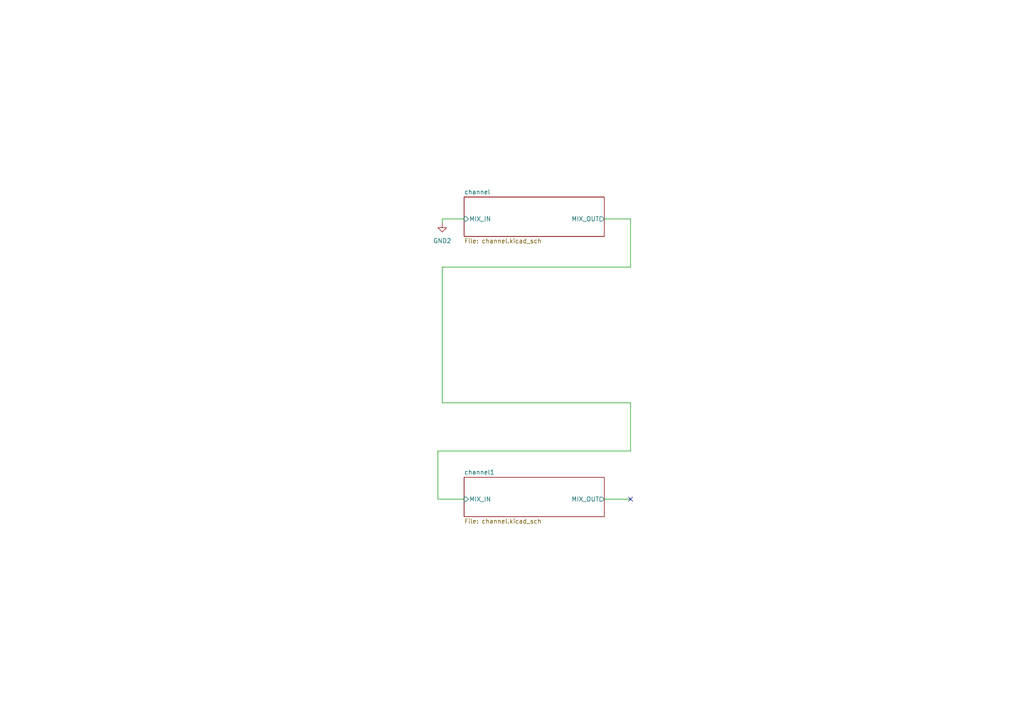
<source format=kicad_sch>
(kicad_sch (version 20231120) (generator "eeschema") (generator_version "8.0")
  (paper "A4")
  (lib_symbols
    (symbol "power:GND2" (power) (pin_numbers hide) (pin_names (offset 0) hide)
      (property "Value" "GND2" (at 0 -3.81 0))
      (symbol "GND2_0_1"
        (polyline (pts (xy 0 0) (xy 0 -1.27) (xy 1.27 -1.27) (xy 0 -2.54) (xy -1.27 -1.27) (xy 0 -1.27)))
      )
      (symbol "GND2_1_1"
        (pin power_in line (at 0 0 270) (length 0) (name "~") (number "1"))
      )
    )
  )
  (no_connect (at 182.88 144.78))
  (wire (pts (xy 182.88 63.5) (xy 182.88 77.47)))
  (wire (pts (xy 182.88 77.47) (xy 128.27 77.47)))
  (wire (pts (xy 182.88 116.84) (xy 182.88 130.81)))
  (wire (pts (xy 128.27 64.77) (xy 128.27 63.5)))
  (wire (pts (xy 175.26 63.5) (xy 182.88 63.5)))
  (wire (pts (xy 128.27 77.47) (xy 128.27 116.84)))
  (wire (pts (xy 128.27 63.5) (xy 134.62 63.5)))
  (wire (pts (xy 175.26 144.78) (xy 182.88 144.78)))
  (wire (pts (xy 127 144.78) (xy 134.62 144.78)))
  (wire (pts (xy 127 130.81) (xy 127 144.78)))
  (wire (pts (xy 182.88 130.81) (xy 127 130.81)))
  (wire (pts (xy 182.88 116.84) (xy 128.27 116.84)))
  (symbol (lib_id "power:GND2") (at 128.27 64.77 0) (unit 1)
    (property "Reference" "#PWR01" (effects (hide yes)))
    (property "Value" "GND2" (at 128.27 69.85 0))
    (property "Description" "Power symbol creates a global label with name \"GND2\" , ground" (effects (hide yes)))
  )
  (sheet (at 134.62 138.43) (size 40.64 11.43) (stroke (width 0.1524))
    (property "Sheetname" "channel1" (at 134.62 137.7184 0) (effects (justify left bottom)))
    (property "Sheetfile" "channel.kicad_sch" (at 134.62 150.4446 0) (effects (justify left top)))
    (pin "MIX_OUT" output (at 175.26 144.78 0))
    (pin "MIX_IN" input (at 134.62 144.78 180))
  )
  (sheet (at 134.62 57.15) (size 40.64 11.43) (stroke (width 0.1524))
    (property "Sheetname" "channel" (at 134.62 56.4384 0) (effects (justify left bottom)))
    (property "Sheetfile" "channel.kicad_sch" (at 134.62 69.1646 0) (effects (justify left top)))
    (pin "MIX_OUT" output (at 175.26 63.5 0))
    (pin "MIX_IN" input (at 134.62 63.5 180))
  )
)
</source>
